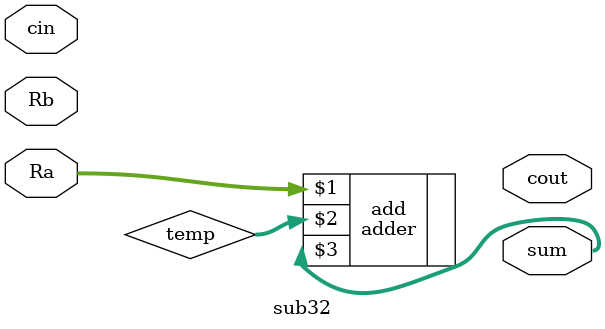
<source format=v>
`timescale 1ns / 1ps

module sub32(input wire [31:0] Ra, input wire [31:0] Rb, input wire cin, 
            output wire [31:0] sum, output wire cout);

	wire [31:0] temp; 
	negate32 negate(Rb);
	adder add(Ra, temp, sum);
endmodule
</source>
